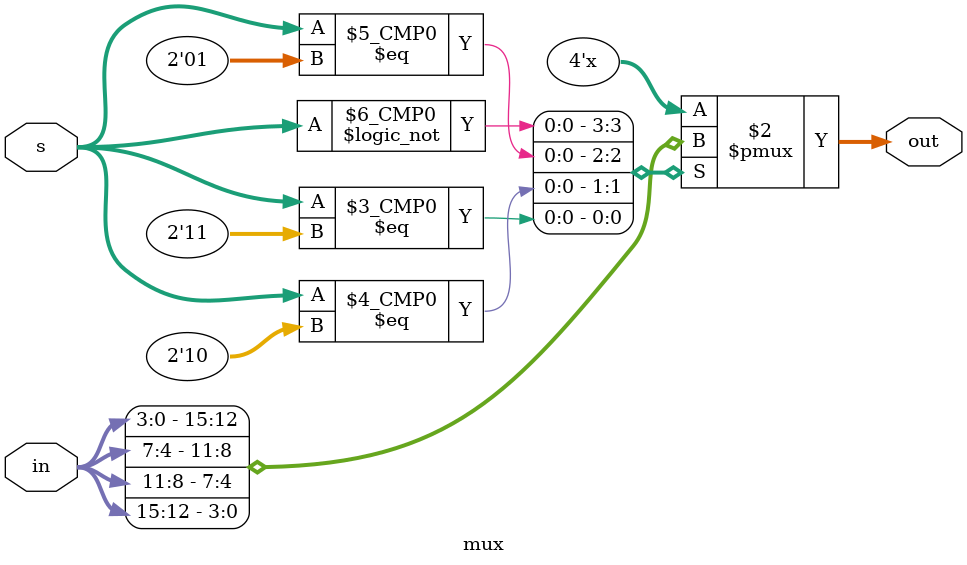
<source format=v>
`timescale 1ns / 1ps


module mux( in, out, s );

input [15:0] in;

input [1:0] s;

output reg [3:0] out;


always @( * )
begin 
    case(s)
    2'b00: out = in[3:0];
    2'b01: out = in[7:4]; 
    2'b10: out = in[11:8];
    2'b11: out = in[15:12];
    default: out = 4'b0000; 
endcase
end 
endmodule
</source>
